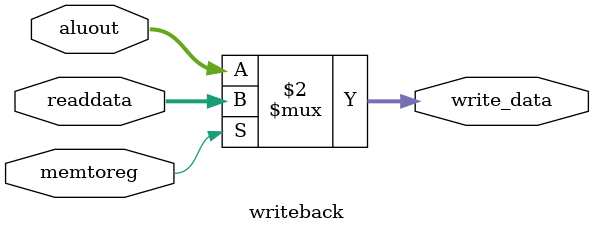
<source format=v>
module writeback (input [31:0] aluout, readdata, input memtoreg, output reg [31:0] write_data);
  always @(memtoreg) begin
    write_data <= (memtoreg) ? readdata : aluout;
  end
endmodule

</source>
